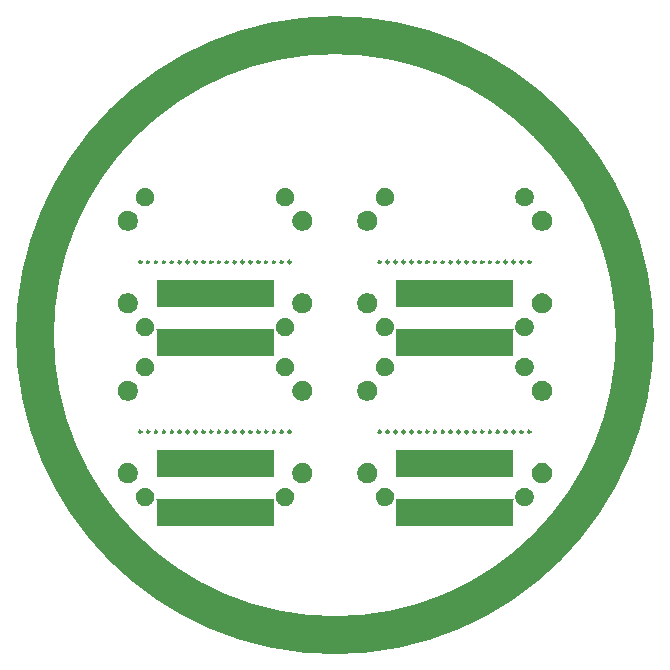
<source format=gbr>
G04 #@! TF.GenerationSoftware,KiCad,Pcbnew,(5.1.6)-1*
G04 #@! TF.CreationDate,2020-07-22T15:01:34-06:00*
G04 #@! TF.ProjectId,Gateway04,47617465-7761-4793-9034-2e6b69636164,rev?*
G04 #@! TF.SameCoordinates,Original*
G04 #@! TF.FileFunction,Soldermask,Top*
G04 #@! TF.FilePolarity,Negative*
%FSLAX46Y46*%
G04 Gerber Fmt 4.6, Leading zero omitted, Abs format (unit mm)*
G04 Created by KiCad (PCBNEW (5.1.6)-1) date 2020-07-22 15:01:34*
%MOMM*%
%LPD*%
G01*
G04 APERTURE LIST*
%ADD10C,0.250000*%
%ADD11C,3.200000*%
%ADD12C,0.100000*%
G04 APERTURE END LIST*
D10*
X101767200Y-105443000D02*
G75*
G03*
X101767200Y-105443000I-100000J0D01*
G01*
X81483200Y-105443000D02*
G75*
G03*
X81483200Y-105443000I-100000J0D01*
G01*
X101767200Y-91057000D02*
G75*
G03*
X101767200Y-91057000I-100000J0D01*
G01*
X107085600Y-105443000D02*
G75*
G03*
X107085600Y-105443000I-100000J0D01*
G01*
X86801600Y-105443000D02*
G75*
G03*
X86801600Y-105443000I-100000J0D01*
G01*
X107085600Y-91057000D02*
G75*
G03*
X107085600Y-91057000I-100000J0D01*
G01*
X102432000Y-105443000D02*
G75*
G03*
X102432000Y-105443000I-100000J0D01*
G01*
X82148000Y-105443000D02*
G75*
G03*
X82148000Y-105443000I-100000J0D01*
G01*
X102432000Y-91057000D02*
G75*
G03*
X102432000Y-91057000I-100000J0D01*
G01*
X106420800Y-105443000D02*
G75*
G03*
X106420800Y-105443000I-100000J0D01*
G01*
X86136800Y-105443000D02*
G75*
G03*
X86136800Y-105443000I-100000J0D01*
G01*
X106420800Y-91057000D02*
G75*
G03*
X106420800Y-91057000I-100000J0D01*
G01*
X105091200Y-105443000D02*
G75*
G03*
X105091200Y-105443000I-100000J0D01*
G01*
X84807200Y-105443000D02*
G75*
G03*
X84807200Y-105443000I-100000J0D01*
G01*
X105091200Y-91057000D02*
G75*
G03*
X105091200Y-91057000I-100000J0D01*
G01*
X104426400Y-105443000D02*
G75*
G03*
X104426400Y-105443000I-100000J0D01*
G01*
X84142400Y-105443000D02*
G75*
G03*
X84142400Y-105443000I-100000J0D01*
G01*
X104426400Y-91057000D02*
G75*
G03*
X104426400Y-91057000I-100000J0D01*
G01*
X101102400Y-105443000D02*
G75*
G03*
X101102400Y-105443000I-100000J0D01*
G01*
X80818400Y-105443000D02*
G75*
G03*
X80818400Y-105443000I-100000J0D01*
G01*
X101102400Y-91057000D02*
G75*
G03*
X101102400Y-91057000I-100000J0D01*
G01*
X103761600Y-105443000D02*
G75*
G03*
X103761600Y-105443000I-100000J0D01*
G01*
X83477600Y-105443000D02*
G75*
G03*
X83477600Y-105443000I-100000J0D01*
G01*
X103761600Y-91057000D02*
G75*
G03*
X103761600Y-91057000I-100000J0D01*
G01*
X103096800Y-105443000D02*
G75*
G03*
X103096800Y-105443000I-100000J0D01*
G01*
X82812800Y-105443000D02*
G75*
G03*
X82812800Y-105443000I-100000J0D01*
G01*
X103096800Y-91057000D02*
G75*
G03*
X103096800Y-91057000I-100000J0D01*
G01*
X105756000Y-105443000D02*
G75*
G03*
X105756000Y-105443000I-100000J0D01*
G01*
X85472000Y-105443000D02*
G75*
G03*
X85472000Y-105443000I-100000J0D01*
G01*
X105756000Y-91057000D02*
G75*
G03*
X105756000Y-91057000I-100000J0D01*
G01*
X107750400Y-105443000D02*
G75*
G03*
X107750400Y-105443000I-100000J0D01*
G01*
X87466400Y-105443000D02*
G75*
G03*
X87466400Y-105443000I-100000J0D01*
G01*
X107750400Y-91057000D02*
G75*
G03*
X107750400Y-91057000I-100000J0D01*
G01*
X109080000Y-105443000D02*
G75*
G03*
X109080000Y-105443000I-100000J0D01*
G01*
X88796000Y-105443000D02*
G75*
G03*
X88796000Y-105443000I-100000J0D01*
G01*
X109080000Y-91057000D02*
G75*
G03*
X109080000Y-91057000I-100000J0D01*
G01*
X97758400Y-105443000D02*
G75*
G03*
X97758400Y-105443000I-100000J0D01*
G01*
X77474400Y-105443000D02*
G75*
G03*
X77474400Y-105443000I-100000J0D01*
G01*
X97758400Y-91057000D02*
G75*
G03*
X97758400Y-91057000I-100000J0D01*
G01*
X100437600Y-105443000D02*
G75*
G03*
X100437600Y-105443000I-100000J0D01*
G01*
X80153600Y-105443000D02*
G75*
G03*
X80153600Y-105443000I-100000J0D01*
G01*
X100437600Y-91057000D02*
G75*
G03*
X100437600Y-91057000I-100000J0D01*
G01*
X99088000Y-105443000D02*
G75*
G03*
X99088000Y-105443000I-100000J0D01*
G01*
X78804000Y-105443000D02*
G75*
G03*
X78804000Y-105443000I-100000J0D01*
G01*
X99088000Y-91057000D02*
G75*
G03*
X99088000Y-91057000I-100000J0D01*
G01*
X109744800Y-105443000D02*
G75*
G03*
X109744800Y-105443000I-100000J0D01*
G01*
X89460800Y-105443000D02*
G75*
G03*
X89460800Y-105443000I-100000J0D01*
G01*
X109744800Y-91057000D02*
G75*
G03*
X109744800Y-91057000I-100000J0D01*
G01*
X110409600Y-105443000D02*
G75*
G03*
X110409600Y-105443000I-100000J0D01*
G01*
X90125600Y-105443000D02*
G75*
G03*
X90125600Y-105443000I-100000J0D01*
G01*
X110409600Y-91057000D02*
G75*
G03*
X110409600Y-91057000I-100000J0D01*
G01*
X108415200Y-105443000D02*
G75*
G03*
X108415200Y-105443000I-100000J0D01*
G01*
X88131200Y-105443000D02*
G75*
G03*
X88131200Y-105443000I-100000J0D01*
G01*
X108415200Y-91057000D02*
G75*
G03*
X108415200Y-91057000I-100000J0D01*
G01*
X99772800Y-105443000D02*
G75*
G03*
X99772800Y-105443000I-100000J0D01*
G01*
X79488800Y-105443000D02*
G75*
G03*
X79488800Y-105443000I-100000J0D01*
G01*
X99772800Y-91057000D02*
G75*
G03*
X99772800Y-91057000I-100000J0D01*
G01*
X98423200Y-105443000D02*
G75*
G03*
X98423200Y-105443000I-100000J0D01*
G01*
X78139200Y-105443000D02*
G75*
G03*
X78139200Y-105443000I-100000J0D01*
G01*
X98423200Y-91057000D02*
G75*
G03*
X98423200Y-91057000I-100000J0D01*
G01*
X78139200Y-91057000D02*
G75*
G03*
X78139200Y-91057000I-100000J0D01*
G01*
X79488800Y-91057000D02*
G75*
G03*
X79488800Y-91057000I-100000J0D01*
G01*
X88131200Y-91057000D02*
G75*
G03*
X88131200Y-91057000I-100000J0D01*
G01*
X90125600Y-91057000D02*
G75*
G03*
X90125600Y-91057000I-100000J0D01*
G01*
X89460800Y-91057000D02*
G75*
G03*
X89460800Y-91057000I-100000J0D01*
G01*
X78804000Y-91057000D02*
G75*
G03*
X78804000Y-91057000I-100000J0D01*
G01*
X80153600Y-91057000D02*
G75*
G03*
X80153600Y-91057000I-100000J0D01*
G01*
X77474400Y-91057000D02*
G75*
G03*
X77474400Y-91057000I-100000J0D01*
G01*
X88796000Y-91057000D02*
G75*
G03*
X88796000Y-91057000I-100000J0D01*
G01*
X87466400Y-91057000D02*
G75*
G03*
X87466400Y-91057000I-100000J0D01*
G01*
X85472000Y-91057000D02*
G75*
G03*
X85472000Y-91057000I-100000J0D01*
G01*
X82812800Y-91057000D02*
G75*
G03*
X82812800Y-91057000I-100000J0D01*
G01*
X83477600Y-91057000D02*
G75*
G03*
X83477600Y-91057000I-100000J0D01*
G01*
X80818400Y-91057000D02*
G75*
G03*
X80818400Y-91057000I-100000J0D01*
G01*
X84142400Y-91057000D02*
G75*
G03*
X84142400Y-91057000I-100000J0D01*
G01*
X84807200Y-91057000D02*
G75*
G03*
X84807200Y-91057000I-100000J0D01*
G01*
X86136800Y-91057000D02*
G75*
G03*
X86136800Y-91057000I-100000J0D01*
G01*
X82148000Y-91057000D02*
G75*
G03*
X82148000Y-91057000I-100000J0D01*
G01*
X86801600Y-91057000D02*
G75*
G03*
X86801600Y-91057000I-100000J0D01*
G01*
X81483200Y-91057000D02*
G75*
G03*
X81483200Y-91057000I-100000J0D01*
G01*
D11*
X119252000Y-97250000D02*
G75*
G03*
X119252000Y-97250000I-25400000J0D01*
G01*
D12*
G36*
X108999553Y-111143481D02*
G01*
X108980611Y-111159026D01*
X108965066Y-111177968D01*
X108953515Y-111199579D01*
X108946402Y-111223028D01*
X108944000Y-111247413D01*
X108944000Y-113443000D01*
X99044000Y-113443000D01*
X99044000Y-111247413D01*
X99041598Y-111223027D01*
X99034485Y-111199578D01*
X99022934Y-111177967D01*
X99007389Y-111159025D01*
X98988447Y-111143480D01*
X98987549Y-111143000D01*
X109000453Y-111143000D01*
X108999553Y-111143481D01*
G37*
G36*
X88715553Y-111143481D02*
G01*
X88696611Y-111159026D01*
X88681066Y-111177968D01*
X88669515Y-111199579D01*
X88662402Y-111223028D01*
X88660000Y-111247413D01*
X88660000Y-113443000D01*
X78760000Y-113443000D01*
X78760000Y-111247413D01*
X78757598Y-111223027D01*
X78750485Y-111199578D01*
X78738934Y-111177967D01*
X78723389Y-111159025D01*
X78704447Y-111143480D01*
X78703549Y-111143000D01*
X88716453Y-111143000D01*
X88715553Y-111143481D01*
G37*
G36*
X89856348Y-110186820D02*
G01*
X89856350Y-110186821D01*
X89856351Y-110186821D01*
X89997574Y-110245317D01*
X89997577Y-110245319D01*
X90124669Y-110330239D01*
X90232761Y-110438331D01*
X90317681Y-110565423D01*
X90317683Y-110565426D01*
X90376179Y-110706649D01*
X90376180Y-110706652D01*
X90406000Y-110856569D01*
X90406000Y-111009431D01*
X90379432Y-111143000D01*
X90376179Y-111159351D01*
X90317683Y-111300574D01*
X90317681Y-111300577D01*
X90232761Y-111427669D01*
X90124669Y-111535761D01*
X89997577Y-111620681D01*
X89997574Y-111620683D01*
X89856351Y-111679179D01*
X89856350Y-111679179D01*
X89856348Y-111679180D01*
X89706431Y-111709000D01*
X89553569Y-111709000D01*
X89403652Y-111679180D01*
X89403650Y-111679179D01*
X89403649Y-111679179D01*
X89262426Y-111620683D01*
X89262423Y-111620681D01*
X89135331Y-111535761D01*
X89027239Y-111427669D01*
X88942319Y-111300577D01*
X88942317Y-111300574D01*
X88900483Y-111199577D01*
X88888931Y-111177967D01*
X88873386Y-111159025D01*
X88854444Y-111143480D01*
X88832833Y-111131929D01*
X88809384Y-111124816D01*
X88795596Y-111123458D01*
X88798447Y-111121934D01*
X88817389Y-111106389D01*
X88832934Y-111087447D01*
X88844485Y-111065836D01*
X88851598Y-111042387D01*
X88854000Y-111018001D01*
X88854000Y-110856569D01*
X88883820Y-110706652D01*
X88883821Y-110706649D01*
X88942317Y-110565426D01*
X88942319Y-110565423D01*
X89027239Y-110438331D01*
X89135331Y-110330239D01*
X89262423Y-110245319D01*
X89262426Y-110245317D01*
X89403649Y-110186821D01*
X89403650Y-110186821D01*
X89403652Y-110186820D01*
X89553569Y-110157000D01*
X89706431Y-110157000D01*
X89856348Y-110186820D01*
G37*
G36*
X78016348Y-110186820D02*
G01*
X78016350Y-110186821D01*
X78016351Y-110186821D01*
X78157574Y-110245317D01*
X78157577Y-110245319D01*
X78284669Y-110330239D01*
X78392761Y-110438331D01*
X78477681Y-110565423D01*
X78477683Y-110565426D01*
X78536179Y-110706649D01*
X78536180Y-110706652D01*
X78566000Y-110856569D01*
X78566000Y-111018001D01*
X78568402Y-111042387D01*
X78575515Y-111065836D01*
X78587066Y-111087447D01*
X78602611Y-111106389D01*
X78621553Y-111121934D01*
X78624404Y-111123458D01*
X78610615Y-111124816D01*
X78587166Y-111131929D01*
X78565555Y-111143480D01*
X78546613Y-111159025D01*
X78531068Y-111177967D01*
X78519517Y-111199577D01*
X78477683Y-111300574D01*
X78477681Y-111300577D01*
X78392761Y-111427669D01*
X78284669Y-111535761D01*
X78157577Y-111620681D01*
X78157574Y-111620683D01*
X78016351Y-111679179D01*
X78016350Y-111679179D01*
X78016348Y-111679180D01*
X77866431Y-111709000D01*
X77713569Y-111709000D01*
X77563652Y-111679180D01*
X77563650Y-111679179D01*
X77563649Y-111679179D01*
X77422426Y-111620683D01*
X77422423Y-111620681D01*
X77295331Y-111535761D01*
X77187239Y-111427669D01*
X77102319Y-111300577D01*
X77102317Y-111300574D01*
X77043821Y-111159351D01*
X77040569Y-111143000D01*
X77014000Y-111009431D01*
X77014000Y-110856569D01*
X77043820Y-110706652D01*
X77043821Y-110706649D01*
X77102317Y-110565426D01*
X77102319Y-110565423D01*
X77187239Y-110438331D01*
X77295331Y-110330239D01*
X77422423Y-110245319D01*
X77422426Y-110245317D01*
X77563649Y-110186821D01*
X77563650Y-110186821D01*
X77563652Y-110186820D01*
X77713569Y-110157000D01*
X77866431Y-110157000D01*
X78016348Y-110186820D01*
G37*
G36*
X110140348Y-110186820D02*
G01*
X110140350Y-110186821D01*
X110140351Y-110186821D01*
X110281574Y-110245317D01*
X110281577Y-110245319D01*
X110408669Y-110330239D01*
X110516761Y-110438331D01*
X110601681Y-110565423D01*
X110601683Y-110565426D01*
X110660179Y-110706649D01*
X110660180Y-110706652D01*
X110690000Y-110856569D01*
X110690000Y-111009431D01*
X110663432Y-111143000D01*
X110660179Y-111159351D01*
X110601683Y-111300574D01*
X110601681Y-111300577D01*
X110516761Y-111427669D01*
X110408669Y-111535761D01*
X110281577Y-111620681D01*
X110281574Y-111620683D01*
X110140351Y-111679179D01*
X110140350Y-111679179D01*
X110140348Y-111679180D01*
X109990431Y-111709000D01*
X109837569Y-111709000D01*
X109687652Y-111679180D01*
X109687650Y-111679179D01*
X109687649Y-111679179D01*
X109546426Y-111620683D01*
X109546423Y-111620681D01*
X109419331Y-111535761D01*
X109311239Y-111427669D01*
X109226319Y-111300577D01*
X109226317Y-111300574D01*
X109184483Y-111199577D01*
X109172931Y-111177967D01*
X109157386Y-111159025D01*
X109138444Y-111143480D01*
X109116833Y-111131929D01*
X109093384Y-111124816D01*
X109079596Y-111123458D01*
X109082447Y-111121934D01*
X109101389Y-111106389D01*
X109116934Y-111087447D01*
X109128485Y-111065836D01*
X109135598Y-111042387D01*
X109138000Y-111018001D01*
X109138000Y-110856569D01*
X109167820Y-110706652D01*
X109167821Y-110706649D01*
X109226317Y-110565426D01*
X109226319Y-110565423D01*
X109311239Y-110438331D01*
X109419331Y-110330239D01*
X109546423Y-110245319D01*
X109546426Y-110245317D01*
X109687649Y-110186821D01*
X109687650Y-110186821D01*
X109687652Y-110186820D01*
X109837569Y-110157000D01*
X109990431Y-110157000D01*
X110140348Y-110186820D01*
G37*
G36*
X98300348Y-110186820D02*
G01*
X98300350Y-110186821D01*
X98300351Y-110186821D01*
X98441574Y-110245317D01*
X98441577Y-110245319D01*
X98568669Y-110330239D01*
X98676761Y-110438331D01*
X98761681Y-110565423D01*
X98761683Y-110565426D01*
X98820179Y-110706649D01*
X98820180Y-110706652D01*
X98850000Y-110856569D01*
X98850000Y-111018001D01*
X98852402Y-111042387D01*
X98859515Y-111065836D01*
X98871066Y-111087447D01*
X98886611Y-111106389D01*
X98905553Y-111121934D01*
X98908404Y-111123458D01*
X98894615Y-111124816D01*
X98871166Y-111131929D01*
X98849555Y-111143480D01*
X98830613Y-111159025D01*
X98815068Y-111177967D01*
X98803517Y-111199577D01*
X98761683Y-111300574D01*
X98761681Y-111300577D01*
X98676761Y-111427669D01*
X98568669Y-111535761D01*
X98441577Y-111620681D01*
X98441574Y-111620683D01*
X98300351Y-111679179D01*
X98300350Y-111679179D01*
X98300348Y-111679180D01*
X98150431Y-111709000D01*
X97997569Y-111709000D01*
X97847652Y-111679180D01*
X97847650Y-111679179D01*
X97847649Y-111679179D01*
X97706426Y-111620683D01*
X97706423Y-111620681D01*
X97579331Y-111535761D01*
X97471239Y-111427669D01*
X97386319Y-111300577D01*
X97386317Y-111300574D01*
X97327821Y-111159351D01*
X97324569Y-111143000D01*
X97298000Y-111009431D01*
X97298000Y-110856569D01*
X97327820Y-110706652D01*
X97327821Y-110706649D01*
X97386317Y-110565426D01*
X97386319Y-110565423D01*
X97471239Y-110438331D01*
X97579331Y-110330239D01*
X97706423Y-110245319D01*
X97706426Y-110245317D01*
X97847649Y-110186821D01*
X97847650Y-110186821D01*
X97847652Y-110186820D01*
X97997569Y-110157000D01*
X98150431Y-110157000D01*
X98300348Y-110186820D01*
G37*
G36*
X96847228Y-108114703D02*
G01*
X97002100Y-108178853D01*
X97141481Y-108271985D01*
X97260015Y-108390519D01*
X97353147Y-108529900D01*
X97417297Y-108684772D01*
X97450000Y-108849184D01*
X97450000Y-109016816D01*
X97417297Y-109181228D01*
X97353147Y-109336100D01*
X97260015Y-109475481D01*
X97141481Y-109594015D01*
X97002100Y-109687147D01*
X96847228Y-109751297D01*
X96682816Y-109784000D01*
X96515184Y-109784000D01*
X96350772Y-109751297D01*
X96195900Y-109687147D01*
X96056519Y-109594015D01*
X95937985Y-109475481D01*
X95844853Y-109336100D01*
X95780703Y-109181228D01*
X95748000Y-109016816D01*
X95748000Y-108849184D01*
X95780703Y-108684772D01*
X95844853Y-108529900D01*
X95937985Y-108390519D01*
X96056519Y-108271985D01*
X96195900Y-108178853D01*
X96350772Y-108114703D01*
X96515184Y-108082000D01*
X96682816Y-108082000D01*
X96847228Y-108114703D01*
G37*
G36*
X111637228Y-108114703D02*
G01*
X111792100Y-108178853D01*
X111931481Y-108271985D01*
X112050015Y-108390519D01*
X112143147Y-108529900D01*
X112207297Y-108684772D01*
X112240000Y-108849184D01*
X112240000Y-109016816D01*
X112207297Y-109181228D01*
X112143147Y-109336100D01*
X112050015Y-109475481D01*
X111931481Y-109594015D01*
X111792100Y-109687147D01*
X111637228Y-109751297D01*
X111472816Y-109784000D01*
X111305184Y-109784000D01*
X111140772Y-109751297D01*
X110985900Y-109687147D01*
X110846519Y-109594015D01*
X110727985Y-109475481D01*
X110634853Y-109336100D01*
X110570703Y-109181228D01*
X110538000Y-109016816D01*
X110538000Y-108849184D01*
X110570703Y-108684772D01*
X110634853Y-108529900D01*
X110727985Y-108390519D01*
X110846519Y-108271985D01*
X110985900Y-108178853D01*
X111140772Y-108114703D01*
X111305184Y-108082000D01*
X111472816Y-108082000D01*
X111637228Y-108114703D01*
G37*
G36*
X76563228Y-108114703D02*
G01*
X76718100Y-108178853D01*
X76857481Y-108271985D01*
X76976015Y-108390519D01*
X77069147Y-108529900D01*
X77133297Y-108684772D01*
X77166000Y-108849184D01*
X77166000Y-109016816D01*
X77133297Y-109181228D01*
X77069147Y-109336100D01*
X76976015Y-109475481D01*
X76857481Y-109594015D01*
X76718100Y-109687147D01*
X76563228Y-109751297D01*
X76398816Y-109784000D01*
X76231184Y-109784000D01*
X76066772Y-109751297D01*
X75911900Y-109687147D01*
X75772519Y-109594015D01*
X75653985Y-109475481D01*
X75560853Y-109336100D01*
X75496703Y-109181228D01*
X75464000Y-109016816D01*
X75464000Y-108849184D01*
X75496703Y-108684772D01*
X75560853Y-108529900D01*
X75653985Y-108390519D01*
X75772519Y-108271985D01*
X75911900Y-108178853D01*
X76066772Y-108114703D01*
X76231184Y-108082000D01*
X76398816Y-108082000D01*
X76563228Y-108114703D01*
G37*
G36*
X91353228Y-108114703D02*
G01*
X91508100Y-108178853D01*
X91647481Y-108271985D01*
X91766015Y-108390519D01*
X91859147Y-108529900D01*
X91923297Y-108684772D01*
X91956000Y-108849184D01*
X91956000Y-109016816D01*
X91923297Y-109181228D01*
X91859147Y-109336100D01*
X91766015Y-109475481D01*
X91647481Y-109594015D01*
X91508100Y-109687147D01*
X91353228Y-109751297D01*
X91188816Y-109784000D01*
X91021184Y-109784000D01*
X90856772Y-109751297D01*
X90701900Y-109687147D01*
X90562519Y-109594015D01*
X90443985Y-109475481D01*
X90350853Y-109336100D01*
X90286703Y-109181228D01*
X90254000Y-109016816D01*
X90254000Y-108849184D01*
X90286703Y-108684772D01*
X90350853Y-108529900D01*
X90443985Y-108390519D01*
X90562519Y-108271985D01*
X90701900Y-108178853D01*
X90856772Y-108114703D01*
X91021184Y-108082000D01*
X91188816Y-108082000D01*
X91353228Y-108114703D01*
G37*
G36*
X88660000Y-109243000D02*
G01*
X78760000Y-109243000D01*
X78760000Y-106943000D01*
X88660000Y-106943000D01*
X88660000Y-109243000D01*
G37*
G36*
X108944000Y-109243000D02*
G01*
X99044000Y-109243000D01*
X99044000Y-106943000D01*
X108944000Y-106943000D01*
X108944000Y-109243000D01*
G37*
G36*
X76563228Y-101134703D02*
G01*
X76718100Y-101198853D01*
X76857481Y-101291985D01*
X76976015Y-101410519D01*
X77069147Y-101549900D01*
X77133297Y-101704772D01*
X77166000Y-101869184D01*
X77166000Y-102036816D01*
X77133297Y-102201228D01*
X77069147Y-102356100D01*
X76976015Y-102495481D01*
X76857481Y-102614015D01*
X76718100Y-102707147D01*
X76563228Y-102771297D01*
X76398816Y-102804000D01*
X76231184Y-102804000D01*
X76066772Y-102771297D01*
X75911900Y-102707147D01*
X75772519Y-102614015D01*
X75653985Y-102495481D01*
X75560853Y-102356100D01*
X75496703Y-102201228D01*
X75464000Y-102036816D01*
X75464000Y-101869184D01*
X75496703Y-101704772D01*
X75560853Y-101549900D01*
X75653985Y-101410519D01*
X75772519Y-101291985D01*
X75911900Y-101198853D01*
X76066772Y-101134703D01*
X76231184Y-101102000D01*
X76398816Y-101102000D01*
X76563228Y-101134703D01*
G37*
G36*
X111637228Y-101134703D02*
G01*
X111792100Y-101198853D01*
X111931481Y-101291985D01*
X112050015Y-101410519D01*
X112143147Y-101549900D01*
X112207297Y-101704772D01*
X112240000Y-101869184D01*
X112240000Y-102036816D01*
X112207297Y-102201228D01*
X112143147Y-102356100D01*
X112050015Y-102495481D01*
X111931481Y-102614015D01*
X111792100Y-102707147D01*
X111637228Y-102771297D01*
X111472816Y-102804000D01*
X111305184Y-102804000D01*
X111140772Y-102771297D01*
X110985900Y-102707147D01*
X110846519Y-102614015D01*
X110727985Y-102495481D01*
X110634853Y-102356100D01*
X110570703Y-102201228D01*
X110538000Y-102036816D01*
X110538000Y-101869184D01*
X110570703Y-101704772D01*
X110634853Y-101549900D01*
X110727985Y-101410519D01*
X110846519Y-101291985D01*
X110985900Y-101198853D01*
X111140772Y-101134703D01*
X111305184Y-101102000D01*
X111472816Y-101102000D01*
X111637228Y-101134703D01*
G37*
G36*
X96847228Y-101134703D02*
G01*
X97002100Y-101198853D01*
X97141481Y-101291985D01*
X97260015Y-101410519D01*
X97353147Y-101549900D01*
X97417297Y-101704772D01*
X97450000Y-101869184D01*
X97450000Y-102036816D01*
X97417297Y-102201228D01*
X97353147Y-102356100D01*
X97260015Y-102495481D01*
X97141481Y-102614015D01*
X97002100Y-102707147D01*
X96847228Y-102771297D01*
X96682816Y-102804000D01*
X96515184Y-102804000D01*
X96350772Y-102771297D01*
X96195900Y-102707147D01*
X96056519Y-102614015D01*
X95937985Y-102495481D01*
X95844853Y-102356100D01*
X95780703Y-102201228D01*
X95748000Y-102036816D01*
X95748000Y-101869184D01*
X95780703Y-101704772D01*
X95844853Y-101549900D01*
X95937985Y-101410519D01*
X96056519Y-101291985D01*
X96195900Y-101198853D01*
X96350772Y-101134703D01*
X96515184Y-101102000D01*
X96682816Y-101102000D01*
X96847228Y-101134703D01*
G37*
G36*
X91353228Y-101134703D02*
G01*
X91508100Y-101198853D01*
X91647481Y-101291985D01*
X91766015Y-101410519D01*
X91859147Y-101549900D01*
X91923297Y-101704772D01*
X91956000Y-101869184D01*
X91956000Y-102036816D01*
X91923297Y-102201228D01*
X91859147Y-102356100D01*
X91766015Y-102495481D01*
X91647481Y-102614015D01*
X91508100Y-102707147D01*
X91353228Y-102771297D01*
X91188816Y-102804000D01*
X91021184Y-102804000D01*
X90856772Y-102771297D01*
X90701900Y-102707147D01*
X90562519Y-102614015D01*
X90443985Y-102495481D01*
X90350853Y-102356100D01*
X90286703Y-102201228D01*
X90254000Y-102036816D01*
X90254000Y-101869184D01*
X90286703Y-101704772D01*
X90350853Y-101549900D01*
X90443985Y-101410519D01*
X90562519Y-101291985D01*
X90701900Y-101198853D01*
X90856772Y-101134703D01*
X91021184Y-101102000D01*
X91188816Y-101102000D01*
X91353228Y-101134703D01*
G37*
G36*
X110140348Y-99206820D02*
G01*
X110140350Y-99206821D01*
X110140351Y-99206821D01*
X110281574Y-99265317D01*
X110281577Y-99265319D01*
X110408669Y-99350239D01*
X110516761Y-99458331D01*
X110601681Y-99585423D01*
X110601683Y-99585426D01*
X110660179Y-99726649D01*
X110690000Y-99876571D01*
X110690000Y-100029429D01*
X110660179Y-100179351D01*
X110601683Y-100320574D01*
X110601681Y-100320577D01*
X110516761Y-100447669D01*
X110408669Y-100555761D01*
X110281577Y-100640681D01*
X110281574Y-100640683D01*
X110140351Y-100699179D01*
X110140350Y-100699179D01*
X110140348Y-100699180D01*
X109990431Y-100729000D01*
X109837569Y-100729000D01*
X109687652Y-100699180D01*
X109687650Y-100699179D01*
X109687649Y-100699179D01*
X109546426Y-100640683D01*
X109546423Y-100640681D01*
X109419331Y-100555761D01*
X109311239Y-100447669D01*
X109226319Y-100320577D01*
X109226317Y-100320574D01*
X109167821Y-100179351D01*
X109138000Y-100029429D01*
X109138000Y-99876571D01*
X109167821Y-99726649D01*
X109226317Y-99585426D01*
X109226319Y-99585423D01*
X109311239Y-99458331D01*
X109419331Y-99350239D01*
X109546423Y-99265319D01*
X109546426Y-99265317D01*
X109687649Y-99206821D01*
X109687650Y-99206821D01*
X109687652Y-99206820D01*
X109837569Y-99177000D01*
X109990431Y-99177000D01*
X110140348Y-99206820D01*
G37*
G36*
X98300348Y-99206820D02*
G01*
X98300350Y-99206821D01*
X98300351Y-99206821D01*
X98441574Y-99265317D01*
X98441577Y-99265319D01*
X98568669Y-99350239D01*
X98676761Y-99458331D01*
X98761681Y-99585423D01*
X98761683Y-99585426D01*
X98820179Y-99726649D01*
X98850000Y-99876571D01*
X98850000Y-100029429D01*
X98820179Y-100179351D01*
X98761683Y-100320574D01*
X98761681Y-100320577D01*
X98676761Y-100447669D01*
X98568669Y-100555761D01*
X98441577Y-100640681D01*
X98441574Y-100640683D01*
X98300351Y-100699179D01*
X98300350Y-100699179D01*
X98300348Y-100699180D01*
X98150431Y-100729000D01*
X97997569Y-100729000D01*
X97847652Y-100699180D01*
X97847650Y-100699179D01*
X97847649Y-100699179D01*
X97706426Y-100640683D01*
X97706423Y-100640681D01*
X97579331Y-100555761D01*
X97471239Y-100447669D01*
X97386319Y-100320577D01*
X97386317Y-100320574D01*
X97327821Y-100179351D01*
X97298000Y-100029429D01*
X97298000Y-99876571D01*
X97327821Y-99726649D01*
X97386317Y-99585426D01*
X97386319Y-99585423D01*
X97471239Y-99458331D01*
X97579331Y-99350239D01*
X97706423Y-99265319D01*
X97706426Y-99265317D01*
X97847649Y-99206821D01*
X97847650Y-99206821D01*
X97847652Y-99206820D01*
X97997569Y-99177000D01*
X98150431Y-99177000D01*
X98300348Y-99206820D01*
G37*
G36*
X89856348Y-99206820D02*
G01*
X89856350Y-99206821D01*
X89856351Y-99206821D01*
X89997574Y-99265317D01*
X89997577Y-99265319D01*
X90124669Y-99350239D01*
X90232761Y-99458331D01*
X90317681Y-99585423D01*
X90317683Y-99585426D01*
X90376179Y-99726649D01*
X90406000Y-99876571D01*
X90406000Y-100029429D01*
X90376179Y-100179351D01*
X90317683Y-100320574D01*
X90317681Y-100320577D01*
X90232761Y-100447669D01*
X90124669Y-100555761D01*
X89997577Y-100640681D01*
X89997574Y-100640683D01*
X89856351Y-100699179D01*
X89856350Y-100699179D01*
X89856348Y-100699180D01*
X89706431Y-100729000D01*
X89553569Y-100729000D01*
X89403652Y-100699180D01*
X89403650Y-100699179D01*
X89403649Y-100699179D01*
X89262426Y-100640683D01*
X89262423Y-100640681D01*
X89135331Y-100555761D01*
X89027239Y-100447669D01*
X88942319Y-100320577D01*
X88942317Y-100320574D01*
X88883821Y-100179351D01*
X88854000Y-100029429D01*
X88854000Y-99876571D01*
X88883821Y-99726649D01*
X88942317Y-99585426D01*
X88942319Y-99585423D01*
X89027239Y-99458331D01*
X89135331Y-99350239D01*
X89262423Y-99265319D01*
X89262426Y-99265317D01*
X89403649Y-99206821D01*
X89403650Y-99206821D01*
X89403652Y-99206820D01*
X89553569Y-99177000D01*
X89706431Y-99177000D01*
X89856348Y-99206820D01*
G37*
G36*
X78016348Y-99206820D02*
G01*
X78016350Y-99206821D01*
X78016351Y-99206821D01*
X78157574Y-99265317D01*
X78157577Y-99265319D01*
X78284669Y-99350239D01*
X78392761Y-99458331D01*
X78477681Y-99585423D01*
X78477683Y-99585426D01*
X78536179Y-99726649D01*
X78566000Y-99876571D01*
X78566000Y-100029429D01*
X78536179Y-100179351D01*
X78477683Y-100320574D01*
X78477681Y-100320577D01*
X78392761Y-100447669D01*
X78284669Y-100555761D01*
X78157577Y-100640681D01*
X78157574Y-100640683D01*
X78016351Y-100699179D01*
X78016350Y-100699179D01*
X78016348Y-100699180D01*
X77866431Y-100729000D01*
X77713569Y-100729000D01*
X77563652Y-100699180D01*
X77563650Y-100699179D01*
X77563649Y-100699179D01*
X77422426Y-100640683D01*
X77422423Y-100640681D01*
X77295331Y-100555761D01*
X77187239Y-100447669D01*
X77102319Y-100320577D01*
X77102317Y-100320574D01*
X77043821Y-100179351D01*
X77014000Y-100029429D01*
X77014000Y-99876571D01*
X77043821Y-99726649D01*
X77102317Y-99585426D01*
X77102319Y-99585423D01*
X77187239Y-99458331D01*
X77295331Y-99350239D01*
X77422423Y-99265319D01*
X77422426Y-99265317D01*
X77563649Y-99206821D01*
X77563650Y-99206821D01*
X77563652Y-99206820D01*
X77713569Y-99177000D01*
X77866431Y-99177000D01*
X78016348Y-99206820D01*
G37*
G36*
X88715553Y-96757481D02*
G01*
X88696611Y-96773026D01*
X88681066Y-96791968D01*
X88669515Y-96813579D01*
X88662402Y-96837028D01*
X88660000Y-96861413D01*
X88660000Y-99057000D01*
X78760000Y-99057000D01*
X78760000Y-96861413D01*
X78757598Y-96837027D01*
X78750485Y-96813578D01*
X78738934Y-96791967D01*
X78723389Y-96773025D01*
X78704447Y-96757480D01*
X78703549Y-96757000D01*
X88716453Y-96757000D01*
X88715553Y-96757481D01*
G37*
G36*
X108999553Y-96757481D02*
G01*
X108980611Y-96773026D01*
X108965066Y-96791968D01*
X108953515Y-96813579D01*
X108946402Y-96837028D01*
X108944000Y-96861413D01*
X108944000Y-99057000D01*
X99044000Y-99057000D01*
X99044000Y-96861413D01*
X99041598Y-96837027D01*
X99034485Y-96813578D01*
X99022934Y-96791967D01*
X99007389Y-96773025D01*
X98988447Y-96757480D01*
X98987549Y-96757000D01*
X109000453Y-96757000D01*
X108999553Y-96757481D01*
G37*
G36*
X89856348Y-95800820D02*
G01*
X89856350Y-95800821D01*
X89856351Y-95800821D01*
X89997574Y-95859317D01*
X89997577Y-95859319D01*
X90124669Y-95944239D01*
X90232761Y-96052331D01*
X90317681Y-96179423D01*
X90317683Y-96179426D01*
X90376179Y-96320649D01*
X90376180Y-96320652D01*
X90406000Y-96470569D01*
X90406000Y-96623431D01*
X90379432Y-96757000D01*
X90376179Y-96773351D01*
X90317683Y-96914574D01*
X90317681Y-96914577D01*
X90232761Y-97041669D01*
X90124669Y-97149761D01*
X89997577Y-97234681D01*
X89997574Y-97234683D01*
X89856351Y-97293179D01*
X89856350Y-97293179D01*
X89856348Y-97293180D01*
X89706431Y-97323000D01*
X89553569Y-97323000D01*
X89403652Y-97293180D01*
X89403650Y-97293179D01*
X89403649Y-97293179D01*
X89262426Y-97234683D01*
X89262423Y-97234681D01*
X89135331Y-97149761D01*
X89027239Y-97041669D01*
X88942319Y-96914577D01*
X88942317Y-96914574D01*
X88900483Y-96813577D01*
X88888931Y-96791967D01*
X88873386Y-96773025D01*
X88854444Y-96757480D01*
X88832833Y-96745929D01*
X88809384Y-96738816D01*
X88795596Y-96737458D01*
X88798447Y-96735934D01*
X88817389Y-96720389D01*
X88832934Y-96701447D01*
X88844485Y-96679836D01*
X88851598Y-96656387D01*
X88854000Y-96632001D01*
X88854000Y-96470569D01*
X88883820Y-96320652D01*
X88883821Y-96320649D01*
X88942317Y-96179426D01*
X88942319Y-96179423D01*
X89027239Y-96052331D01*
X89135331Y-95944239D01*
X89262423Y-95859319D01*
X89262426Y-95859317D01*
X89403649Y-95800821D01*
X89403650Y-95800821D01*
X89403652Y-95800820D01*
X89553569Y-95771000D01*
X89706431Y-95771000D01*
X89856348Y-95800820D01*
G37*
G36*
X78016348Y-95800820D02*
G01*
X78016350Y-95800821D01*
X78016351Y-95800821D01*
X78157574Y-95859317D01*
X78157577Y-95859319D01*
X78284669Y-95944239D01*
X78392761Y-96052331D01*
X78477681Y-96179423D01*
X78477683Y-96179426D01*
X78536179Y-96320649D01*
X78536180Y-96320652D01*
X78566000Y-96470569D01*
X78566000Y-96632001D01*
X78568402Y-96656387D01*
X78575515Y-96679836D01*
X78587066Y-96701447D01*
X78602611Y-96720389D01*
X78621553Y-96735934D01*
X78624404Y-96737458D01*
X78610615Y-96738816D01*
X78587166Y-96745929D01*
X78565555Y-96757480D01*
X78546613Y-96773025D01*
X78531068Y-96791967D01*
X78519517Y-96813577D01*
X78477683Y-96914574D01*
X78477681Y-96914577D01*
X78392761Y-97041669D01*
X78284669Y-97149761D01*
X78157577Y-97234681D01*
X78157574Y-97234683D01*
X78016351Y-97293179D01*
X78016350Y-97293179D01*
X78016348Y-97293180D01*
X77866431Y-97323000D01*
X77713569Y-97323000D01*
X77563652Y-97293180D01*
X77563650Y-97293179D01*
X77563649Y-97293179D01*
X77422426Y-97234683D01*
X77422423Y-97234681D01*
X77295331Y-97149761D01*
X77187239Y-97041669D01*
X77102319Y-96914577D01*
X77102317Y-96914574D01*
X77043821Y-96773351D01*
X77040569Y-96757000D01*
X77014000Y-96623431D01*
X77014000Y-96470569D01*
X77043820Y-96320652D01*
X77043821Y-96320649D01*
X77102317Y-96179426D01*
X77102319Y-96179423D01*
X77187239Y-96052331D01*
X77295331Y-95944239D01*
X77422423Y-95859319D01*
X77422426Y-95859317D01*
X77563649Y-95800821D01*
X77563650Y-95800821D01*
X77563652Y-95800820D01*
X77713569Y-95771000D01*
X77866431Y-95771000D01*
X78016348Y-95800820D01*
G37*
G36*
X98300348Y-95800820D02*
G01*
X98300350Y-95800821D01*
X98300351Y-95800821D01*
X98441574Y-95859317D01*
X98441577Y-95859319D01*
X98568669Y-95944239D01*
X98676761Y-96052331D01*
X98761681Y-96179423D01*
X98761683Y-96179426D01*
X98820179Y-96320649D01*
X98820180Y-96320652D01*
X98850000Y-96470569D01*
X98850000Y-96632001D01*
X98852402Y-96656387D01*
X98859515Y-96679836D01*
X98871066Y-96701447D01*
X98886611Y-96720389D01*
X98905553Y-96735934D01*
X98908404Y-96737458D01*
X98894615Y-96738816D01*
X98871166Y-96745929D01*
X98849555Y-96757480D01*
X98830613Y-96773025D01*
X98815068Y-96791967D01*
X98803517Y-96813577D01*
X98761683Y-96914574D01*
X98761681Y-96914577D01*
X98676761Y-97041669D01*
X98568669Y-97149761D01*
X98441577Y-97234681D01*
X98441574Y-97234683D01*
X98300351Y-97293179D01*
X98300350Y-97293179D01*
X98300348Y-97293180D01*
X98150431Y-97323000D01*
X97997569Y-97323000D01*
X97847652Y-97293180D01*
X97847650Y-97293179D01*
X97847649Y-97293179D01*
X97706426Y-97234683D01*
X97706423Y-97234681D01*
X97579331Y-97149761D01*
X97471239Y-97041669D01*
X97386319Y-96914577D01*
X97386317Y-96914574D01*
X97327821Y-96773351D01*
X97324569Y-96757000D01*
X97298000Y-96623431D01*
X97298000Y-96470569D01*
X97327820Y-96320652D01*
X97327821Y-96320649D01*
X97386317Y-96179426D01*
X97386319Y-96179423D01*
X97471239Y-96052331D01*
X97579331Y-95944239D01*
X97706423Y-95859319D01*
X97706426Y-95859317D01*
X97847649Y-95800821D01*
X97847650Y-95800821D01*
X97847652Y-95800820D01*
X97997569Y-95771000D01*
X98150431Y-95771000D01*
X98300348Y-95800820D01*
G37*
G36*
X110140348Y-95800820D02*
G01*
X110140350Y-95800821D01*
X110140351Y-95800821D01*
X110281574Y-95859317D01*
X110281577Y-95859319D01*
X110408669Y-95944239D01*
X110516761Y-96052331D01*
X110601681Y-96179423D01*
X110601683Y-96179426D01*
X110660179Y-96320649D01*
X110660180Y-96320652D01*
X110690000Y-96470569D01*
X110690000Y-96623431D01*
X110663432Y-96757000D01*
X110660179Y-96773351D01*
X110601683Y-96914574D01*
X110601681Y-96914577D01*
X110516761Y-97041669D01*
X110408669Y-97149761D01*
X110281577Y-97234681D01*
X110281574Y-97234683D01*
X110140351Y-97293179D01*
X110140350Y-97293179D01*
X110140348Y-97293180D01*
X109990431Y-97323000D01*
X109837569Y-97323000D01*
X109687652Y-97293180D01*
X109687650Y-97293179D01*
X109687649Y-97293179D01*
X109546426Y-97234683D01*
X109546423Y-97234681D01*
X109419331Y-97149761D01*
X109311239Y-97041669D01*
X109226319Y-96914577D01*
X109226317Y-96914574D01*
X109184483Y-96813577D01*
X109172931Y-96791967D01*
X109157386Y-96773025D01*
X109138444Y-96757480D01*
X109116833Y-96745929D01*
X109093384Y-96738816D01*
X109079596Y-96737458D01*
X109082447Y-96735934D01*
X109101389Y-96720389D01*
X109116934Y-96701447D01*
X109128485Y-96679836D01*
X109135598Y-96656387D01*
X109138000Y-96632001D01*
X109138000Y-96470569D01*
X109167820Y-96320652D01*
X109167821Y-96320649D01*
X109226317Y-96179426D01*
X109226319Y-96179423D01*
X109311239Y-96052331D01*
X109419331Y-95944239D01*
X109546423Y-95859319D01*
X109546426Y-95859317D01*
X109687649Y-95800821D01*
X109687650Y-95800821D01*
X109687652Y-95800820D01*
X109837569Y-95771000D01*
X109990431Y-95771000D01*
X110140348Y-95800820D01*
G37*
G36*
X96847228Y-93728703D02*
G01*
X97002100Y-93792853D01*
X97141481Y-93885985D01*
X97260015Y-94004519D01*
X97353147Y-94143900D01*
X97417297Y-94298772D01*
X97450000Y-94463184D01*
X97450000Y-94630816D01*
X97417297Y-94795228D01*
X97353147Y-94950100D01*
X97260015Y-95089481D01*
X97141481Y-95208015D01*
X97002100Y-95301147D01*
X96847228Y-95365297D01*
X96682816Y-95398000D01*
X96515184Y-95398000D01*
X96350772Y-95365297D01*
X96195900Y-95301147D01*
X96056519Y-95208015D01*
X95937985Y-95089481D01*
X95844853Y-94950100D01*
X95780703Y-94795228D01*
X95748000Y-94630816D01*
X95748000Y-94463184D01*
X95780703Y-94298772D01*
X95844853Y-94143900D01*
X95937985Y-94004519D01*
X96056519Y-93885985D01*
X96195900Y-93792853D01*
X96350772Y-93728703D01*
X96515184Y-93696000D01*
X96682816Y-93696000D01*
X96847228Y-93728703D01*
G37*
G36*
X111637228Y-93728703D02*
G01*
X111792100Y-93792853D01*
X111931481Y-93885985D01*
X112050015Y-94004519D01*
X112143147Y-94143900D01*
X112207297Y-94298772D01*
X112240000Y-94463184D01*
X112240000Y-94630816D01*
X112207297Y-94795228D01*
X112143147Y-94950100D01*
X112050015Y-95089481D01*
X111931481Y-95208015D01*
X111792100Y-95301147D01*
X111637228Y-95365297D01*
X111472816Y-95398000D01*
X111305184Y-95398000D01*
X111140772Y-95365297D01*
X110985900Y-95301147D01*
X110846519Y-95208015D01*
X110727985Y-95089481D01*
X110634853Y-94950100D01*
X110570703Y-94795228D01*
X110538000Y-94630816D01*
X110538000Y-94463184D01*
X110570703Y-94298772D01*
X110634853Y-94143900D01*
X110727985Y-94004519D01*
X110846519Y-93885985D01*
X110985900Y-93792853D01*
X111140772Y-93728703D01*
X111305184Y-93696000D01*
X111472816Y-93696000D01*
X111637228Y-93728703D01*
G37*
G36*
X91353228Y-93728703D02*
G01*
X91508100Y-93792853D01*
X91647481Y-93885985D01*
X91766015Y-94004519D01*
X91859147Y-94143900D01*
X91923297Y-94298772D01*
X91956000Y-94463184D01*
X91956000Y-94630816D01*
X91923297Y-94795228D01*
X91859147Y-94950100D01*
X91766015Y-95089481D01*
X91647481Y-95208015D01*
X91508100Y-95301147D01*
X91353228Y-95365297D01*
X91188816Y-95398000D01*
X91021184Y-95398000D01*
X90856772Y-95365297D01*
X90701900Y-95301147D01*
X90562519Y-95208015D01*
X90443985Y-95089481D01*
X90350853Y-94950100D01*
X90286703Y-94795228D01*
X90254000Y-94630816D01*
X90254000Y-94463184D01*
X90286703Y-94298772D01*
X90350853Y-94143900D01*
X90443985Y-94004519D01*
X90562519Y-93885985D01*
X90701900Y-93792853D01*
X90856772Y-93728703D01*
X91021184Y-93696000D01*
X91188816Y-93696000D01*
X91353228Y-93728703D01*
G37*
G36*
X76563228Y-93728703D02*
G01*
X76718100Y-93792853D01*
X76857481Y-93885985D01*
X76976015Y-94004519D01*
X77069147Y-94143900D01*
X77133297Y-94298772D01*
X77166000Y-94463184D01*
X77166000Y-94630816D01*
X77133297Y-94795228D01*
X77069147Y-94950100D01*
X76976015Y-95089481D01*
X76857481Y-95208015D01*
X76718100Y-95301147D01*
X76563228Y-95365297D01*
X76398816Y-95398000D01*
X76231184Y-95398000D01*
X76066772Y-95365297D01*
X75911900Y-95301147D01*
X75772519Y-95208015D01*
X75653985Y-95089481D01*
X75560853Y-94950100D01*
X75496703Y-94795228D01*
X75464000Y-94630816D01*
X75464000Y-94463184D01*
X75496703Y-94298772D01*
X75560853Y-94143900D01*
X75653985Y-94004519D01*
X75772519Y-93885985D01*
X75911900Y-93792853D01*
X76066772Y-93728703D01*
X76231184Y-93696000D01*
X76398816Y-93696000D01*
X76563228Y-93728703D01*
G37*
G36*
X108944000Y-94857000D02*
G01*
X99044000Y-94857000D01*
X99044000Y-92557000D01*
X108944000Y-92557000D01*
X108944000Y-94857000D01*
G37*
G36*
X88660000Y-94857000D02*
G01*
X78760000Y-94857000D01*
X78760000Y-92557000D01*
X88660000Y-92557000D01*
X88660000Y-94857000D01*
G37*
G36*
X111637228Y-86748703D02*
G01*
X111792100Y-86812853D01*
X111931481Y-86905985D01*
X112050015Y-87024519D01*
X112143147Y-87163900D01*
X112207297Y-87318772D01*
X112240000Y-87483184D01*
X112240000Y-87650816D01*
X112207297Y-87815228D01*
X112143147Y-87970100D01*
X112050015Y-88109481D01*
X111931481Y-88228015D01*
X111792100Y-88321147D01*
X111637228Y-88385297D01*
X111472816Y-88418000D01*
X111305184Y-88418000D01*
X111140772Y-88385297D01*
X110985900Y-88321147D01*
X110846519Y-88228015D01*
X110727985Y-88109481D01*
X110634853Y-87970100D01*
X110570703Y-87815228D01*
X110538000Y-87650816D01*
X110538000Y-87483184D01*
X110570703Y-87318772D01*
X110634853Y-87163900D01*
X110727985Y-87024519D01*
X110846519Y-86905985D01*
X110985900Y-86812853D01*
X111140772Y-86748703D01*
X111305184Y-86716000D01*
X111472816Y-86716000D01*
X111637228Y-86748703D01*
G37*
G36*
X96847228Y-86748703D02*
G01*
X97002100Y-86812853D01*
X97141481Y-86905985D01*
X97260015Y-87024519D01*
X97353147Y-87163900D01*
X97417297Y-87318772D01*
X97450000Y-87483184D01*
X97450000Y-87650816D01*
X97417297Y-87815228D01*
X97353147Y-87970100D01*
X97260015Y-88109481D01*
X97141481Y-88228015D01*
X97002100Y-88321147D01*
X96847228Y-88385297D01*
X96682816Y-88418000D01*
X96515184Y-88418000D01*
X96350772Y-88385297D01*
X96195900Y-88321147D01*
X96056519Y-88228015D01*
X95937985Y-88109481D01*
X95844853Y-87970100D01*
X95780703Y-87815228D01*
X95748000Y-87650816D01*
X95748000Y-87483184D01*
X95780703Y-87318772D01*
X95844853Y-87163900D01*
X95937985Y-87024519D01*
X96056519Y-86905985D01*
X96195900Y-86812853D01*
X96350772Y-86748703D01*
X96515184Y-86716000D01*
X96682816Y-86716000D01*
X96847228Y-86748703D01*
G37*
G36*
X91353228Y-86748703D02*
G01*
X91508100Y-86812853D01*
X91647481Y-86905985D01*
X91766015Y-87024519D01*
X91859147Y-87163900D01*
X91923297Y-87318772D01*
X91956000Y-87483184D01*
X91956000Y-87650816D01*
X91923297Y-87815228D01*
X91859147Y-87970100D01*
X91766015Y-88109481D01*
X91647481Y-88228015D01*
X91508100Y-88321147D01*
X91353228Y-88385297D01*
X91188816Y-88418000D01*
X91021184Y-88418000D01*
X90856772Y-88385297D01*
X90701900Y-88321147D01*
X90562519Y-88228015D01*
X90443985Y-88109481D01*
X90350853Y-87970100D01*
X90286703Y-87815228D01*
X90254000Y-87650816D01*
X90254000Y-87483184D01*
X90286703Y-87318772D01*
X90350853Y-87163900D01*
X90443985Y-87024519D01*
X90562519Y-86905985D01*
X90701900Y-86812853D01*
X90856772Y-86748703D01*
X91021184Y-86716000D01*
X91188816Y-86716000D01*
X91353228Y-86748703D01*
G37*
G36*
X76563228Y-86748703D02*
G01*
X76718100Y-86812853D01*
X76857481Y-86905985D01*
X76976015Y-87024519D01*
X77069147Y-87163900D01*
X77133297Y-87318772D01*
X77166000Y-87483184D01*
X77166000Y-87650816D01*
X77133297Y-87815228D01*
X77069147Y-87970100D01*
X76976015Y-88109481D01*
X76857481Y-88228015D01*
X76718100Y-88321147D01*
X76563228Y-88385297D01*
X76398816Y-88418000D01*
X76231184Y-88418000D01*
X76066772Y-88385297D01*
X75911900Y-88321147D01*
X75772519Y-88228015D01*
X75653985Y-88109481D01*
X75560853Y-87970100D01*
X75496703Y-87815228D01*
X75464000Y-87650816D01*
X75464000Y-87483184D01*
X75496703Y-87318772D01*
X75560853Y-87163900D01*
X75653985Y-87024519D01*
X75772519Y-86905985D01*
X75911900Y-86812853D01*
X76066772Y-86748703D01*
X76231184Y-86716000D01*
X76398816Y-86716000D01*
X76563228Y-86748703D01*
G37*
G36*
X110140348Y-84820820D02*
G01*
X110140350Y-84820821D01*
X110140351Y-84820821D01*
X110281574Y-84879317D01*
X110281577Y-84879319D01*
X110408669Y-84964239D01*
X110516761Y-85072331D01*
X110601681Y-85199423D01*
X110601683Y-85199426D01*
X110660179Y-85340649D01*
X110690000Y-85490571D01*
X110690000Y-85643429D01*
X110660179Y-85793351D01*
X110601683Y-85934574D01*
X110601681Y-85934577D01*
X110516761Y-86061669D01*
X110408669Y-86169761D01*
X110281577Y-86254681D01*
X110281574Y-86254683D01*
X110140351Y-86313179D01*
X110140350Y-86313179D01*
X110140348Y-86313180D01*
X109990431Y-86343000D01*
X109837569Y-86343000D01*
X109687652Y-86313180D01*
X109687650Y-86313179D01*
X109687649Y-86313179D01*
X109546426Y-86254683D01*
X109546423Y-86254681D01*
X109419331Y-86169761D01*
X109311239Y-86061669D01*
X109226319Y-85934577D01*
X109226317Y-85934574D01*
X109167821Y-85793351D01*
X109138000Y-85643429D01*
X109138000Y-85490571D01*
X109167821Y-85340649D01*
X109226317Y-85199426D01*
X109226319Y-85199423D01*
X109311239Y-85072331D01*
X109419331Y-84964239D01*
X109546423Y-84879319D01*
X109546426Y-84879317D01*
X109687649Y-84820821D01*
X109687650Y-84820821D01*
X109687652Y-84820820D01*
X109837569Y-84791000D01*
X109990431Y-84791000D01*
X110140348Y-84820820D01*
G37*
G36*
X98300348Y-84820820D02*
G01*
X98300350Y-84820821D01*
X98300351Y-84820821D01*
X98441574Y-84879317D01*
X98441577Y-84879319D01*
X98568669Y-84964239D01*
X98676761Y-85072331D01*
X98761681Y-85199423D01*
X98761683Y-85199426D01*
X98820179Y-85340649D01*
X98850000Y-85490571D01*
X98850000Y-85643429D01*
X98820179Y-85793351D01*
X98761683Y-85934574D01*
X98761681Y-85934577D01*
X98676761Y-86061669D01*
X98568669Y-86169761D01*
X98441577Y-86254681D01*
X98441574Y-86254683D01*
X98300351Y-86313179D01*
X98300350Y-86313179D01*
X98300348Y-86313180D01*
X98150431Y-86343000D01*
X97997569Y-86343000D01*
X97847652Y-86313180D01*
X97847650Y-86313179D01*
X97847649Y-86313179D01*
X97706426Y-86254683D01*
X97706423Y-86254681D01*
X97579331Y-86169761D01*
X97471239Y-86061669D01*
X97386319Y-85934577D01*
X97386317Y-85934574D01*
X97327821Y-85793351D01*
X97298000Y-85643429D01*
X97298000Y-85490571D01*
X97327821Y-85340649D01*
X97386317Y-85199426D01*
X97386319Y-85199423D01*
X97471239Y-85072331D01*
X97579331Y-84964239D01*
X97706423Y-84879319D01*
X97706426Y-84879317D01*
X97847649Y-84820821D01*
X97847650Y-84820821D01*
X97847652Y-84820820D01*
X97997569Y-84791000D01*
X98150431Y-84791000D01*
X98300348Y-84820820D01*
G37*
G36*
X89856348Y-84820820D02*
G01*
X89856350Y-84820821D01*
X89856351Y-84820821D01*
X89997574Y-84879317D01*
X89997577Y-84879319D01*
X90124669Y-84964239D01*
X90232761Y-85072331D01*
X90317681Y-85199423D01*
X90317683Y-85199426D01*
X90376179Y-85340649D01*
X90406000Y-85490571D01*
X90406000Y-85643429D01*
X90376179Y-85793351D01*
X90317683Y-85934574D01*
X90317681Y-85934577D01*
X90232761Y-86061669D01*
X90124669Y-86169761D01*
X89997577Y-86254681D01*
X89997574Y-86254683D01*
X89856351Y-86313179D01*
X89856350Y-86313179D01*
X89856348Y-86313180D01*
X89706431Y-86343000D01*
X89553569Y-86343000D01*
X89403652Y-86313180D01*
X89403650Y-86313179D01*
X89403649Y-86313179D01*
X89262426Y-86254683D01*
X89262423Y-86254681D01*
X89135331Y-86169761D01*
X89027239Y-86061669D01*
X88942319Y-85934577D01*
X88942317Y-85934574D01*
X88883821Y-85793351D01*
X88854000Y-85643429D01*
X88854000Y-85490571D01*
X88883821Y-85340649D01*
X88942317Y-85199426D01*
X88942319Y-85199423D01*
X89027239Y-85072331D01*
X89135331Y-84964239D01*
X89262423Y-84879319D01*
X89262426Y-84879317D01*
X89403649Y-84820821D01*
X89403650Y-84820821D01*
X89403652Y-84820820D01*
X89553569Y-84791000D01*
X89706431Y-84791000D01*
X89856348Y-84820820D01*
G37*
G36*
X78016348Y-84820820D02*
G01*
X78016350Y-84820821D01*
X78016351Y-84820821D01*
X78157574Y-84879317D01*
X78157577Y-84879319D01*
X78284669Y-84964239D01*
X78392761Y-85072331D01*
X78477681Y-85199423D01*
X78477683Y-85199426D01*
X78536179Y-85340649D01*
X78566000Y-85490571D01*
X78566000Y-85643429D01*
X78536179Y-85793351D01*
X78477683Y-85934574D01*
X78477681Y-85934577D01*
X78392761Y-86061669D01*
X78284669Y-86169761D01*
X78157577Y-86254681D01*
X78157574Y-86254683D01*
X78016351Y-86313179D01*
X78016350Y-86313179D01*
X78016348Y-86313180D01*
X77866431Y-86343000D01*
X77713569Y-86343000D01*
X77563652Y-86313180D01*
X77563650Y-86313179D01*
X77563649Y-86313179D01*
X77422426Y-86254683D01*
X77422423Y-86254681D01*
X77295331Y-86169761D01*
X77187239Y-86061669D01*
X77102319Y-85934577D01*
X77102317Y-85934574D01*
X77043821Y-85793351D01*
X77014000Y-85643429D01*
X77014000Y-85490571D01*
X77043821Y-85340649D01*
X77102317Y-85199426D01*
X77102319Y-85199423D01*
X77187239Y-85072331D01*
X77295331Y-84964239D01*
X77422423Y-84879319D01*
X77422426Y-84879317D01*
X77563649Y-84820821D01*
X77563650Y-84820821D01*
X77563652Y-84820820D01*
X77713569Y-84791000D01*
X77866431Y-84791000D01*
X78016348Y-84820820D01*
G37*
M02*

</source>
